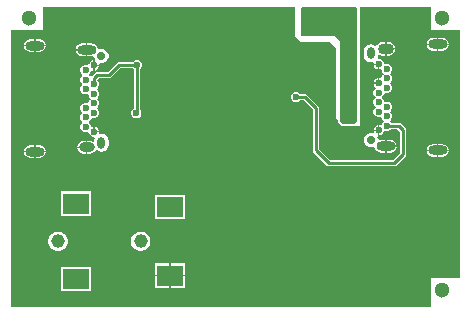
<source format=gbl>
G04*
G04 #@! TF.GenerationSoftware,Altium Limited,CircuitMaker,2.3.0 (3)*
G04*
G04 Layer_Physical_Order=2*
G04 Layer_Color=11436288*
%FSLAX25Y25*%
%MOIN*%
G70*
G04*
G04 #@! TF.SameCoordinates,D5F01219-70E6-4597-8F9B-96EA77F89AD0*
G04*
G04*
G04 #@! TF.FilePolarity,Positive*
G04*
G01*
G75*
%ADD10C,0.01000*%
%ADD34C,0.05118*%
%ADD35C,0.02362*%
%ADD36O,0.06299X0.03150*%
%ADD37O,0.05315X0.03543*%
%ADD38C,0.02756*%
%ADD39O,0.02756X0.03937*%
%ADD40O,0.05315X0.03150*%
%ADD41C,0.04528*%
%ADD42R,0.09055X0.07087*%
G36*
X217323Y201575D02*
Y164173D01*
X216142Y162992D01*
X212598D01*
X211417Y164173D01*
Y190945D01*
X209842Y192520D01*
X198819D01*
X198425Y192913D01*
Y201575D01*
X198819Y201969D01*
X216929D01*
X217323Y201575D01*
D02*
G37*
G36*
X241732Y194488D02*
X251532D01*
Y112122D01*
X251177Y111769D01*
X241732Y111811D01*
Y101969D01*
X101969D01*
Y153150D01*
Y194488D01*
X112598D01*
Y201969D01*
X196457D01*
Y192520D01*
X198425Y190551D01*
X208268D01*
X210236Y188583D01*
Y164961D01*
X210876Y164321D01*
Y164173D01*
X211035Y163791D01*
X211035Y163791D01*
X212216Y162610D01*
X212216Y162609D01*
X212598Y162451D01*
X212598Y162451D01*
X216142D01*
X216142Y162451D01*
X216498Y162598D01*
X218110D01*
Y201969D01*
X241732D01*
Y194488D01*
D02*
G37*
%LPC*%
G36*
X245669Y191800D02*
X244344D01*
Y189935D01*
X247735D01*
X247624Y190495D01*
X247165Y191181D01*
X246479Y191639D01*
X245669Y191800D01*
D02*
G37*
G36*
X243845D02*
X242520D01*
X241710Y191639D01*
X241024Y191181D01*
X240565Y190495D01*
X240454Y189935D01*
X243845D01*
Y191800D01*
D02*
G37*
G36*
X111417Y191407D02*
X110092D01*
Y189541D01*
X113483D01*
X113372Y190101D01*
X112913Y190787D01*
X112227Y191246D01*
X111417Y191407D01*
D02*
G37*
G36*
X109592D02*
X108268D01*
X107458Y191246D01*
X106772Y190787D01*
X106313Y190101D01*
X106202Y189541D01*
X109592D01*
Y191407D01*
D02*
G37*
G36*
X226561Y190584D02*
X225925D01*
X225039Y190408D01*
X224287Y189906D01*
X223942Y189388D01*
X223934Y189381D01*
X223362Y189247D01*
X223301Y189260D01*
X222812Y189587D01*
X221890Y189771D01*
X220968Y189587D01*
X220187Y189065D01*
X219665Y188284D01*
X219481Y187362D01*
Y186181D01*
X219665Y185259D01*
X220187Y184478D01*
X220968Y183956D01*
X221890Y183773D01*
X222440Y183882D01*
X222800Y183444D01*
X222768Y183366D01*
Y183282D01*
X224449D01*
Y183031D01*
X224699D01*
Y181350D01*
X224783D01*
X224933Y181412D01*
X225428Y181107D01*
X225442Y181082D01*
X225703Y180453D01*
X225947Y180209D01*
X226155Y179882D01*
X225947Y179555D01*
X225703Y179311D01*
X225442Y178682D01*
X225428Y178656D01*
X224933Y178351D01*
X224783Y178413D01*
X224699D01*
Y176732D01*
X224449D01*
Y176482D01*
X222768D01*
Y176398D01*
X223024Y175780D01*
X223256Y175548D01*
X223413Y175164D01*
X223255Y174895D01*
X222947Y174586D01*
X222677Y173935D01*
Y173230D01*
X222947Y172579D01*
X223191Y172335D01*
X223399Y172008D01*
X223191Y171681D01*
X222947Y171437D01*
X222677Y170785D01*
Y170081D01*
X222947Y169430D01*
X223191Y169185D01*
X223399Y168858D01*
X223191Y168532D01*
X222947Y168287D01*
X222677Y167636D01*
Y166931D01*
X222947Y166280D01*
X223445Y165781D01*
X224096Y165512D01*
X224801D01*
X225030Y165607D01*
X225477Y165251D01*
X225703Y164705D01*
X225947Y164461D01*
X226155Y164134D01*
X225947Y163807D01*
X225703Y163563D01*
X225442Y162934D01*
X225428Y162908D01*
X224933Y162603D01*
X224783Y162665D01*
X224699D01*
Y160984D01*
Y159303D01*
X224783D01*
X225401Y159559D01*
X225874Y160032D01*
X226130Y160650D01*
X226630Y160880D01*
X226852Y160787D01*
X227557D01*
X228208Y161057D01*
X228691Y161539D01*
X230719D01*
X231658Y160601D01*
Y153572D01*
X229105Y151020D01*
X208296D01*
X204563Y154753D01*
Y168504D01*
X204485Y168894D01*
X204264Y169225D01*
X200721Y172768D01*
X200390Y172989D01*
X200000Y173067D01*
X198208D01*
X197803Y173472D01*
X197185Y173728D01*
X196516D01*
X195898Y173472D01*
X195425Y173000D01*
X195169Y172382D01*
Y171713D01*
X195425Y171095D01*
X195898Y170622D01*
X196516Y170366D01*
X197185D01*
X197803Y170622D01*
X198208Y171028D01*
X199578D01*
X202524Y168082D01*
Y154331D01*
X202601Y153940D01*
X202822Y153610D01*
X207153Y149279D01*
X207484Y149058D01*
X207874Y148980D01*
X229528D01*
X229918Y149058D01*
X230248Y149279D01*
X233398Y152429D01*
X233619Y152759D01*
X233697Y153150D01*
Y161024D01*
X233619Y161414D01*
X233398Y161745D01*
X231823Y163319D01*
X231492Y163540D01*
X231102Y163618D01*
X230904Y163579D01*
X228691D01*
X228462Y163807D01*
X228255Y164134D01*
X228462Y164461D01*
X228707Y164705D01*
X228976Y165356D01*
Y166061D01*
X228707Y166712D01*
X228462Y166957D01*
X228255Y167283D01*
X228462Y167610D01*
X228707Y167855D01*
X228976Y168506D01*
Y169211D01*
X228707Y169862D01*
X228208Y170360D01*
X227557Y170630D01*
X226852D01*
X226623Y170535D01*
X226177Y170891D01*
X225951Y171437D01*
X225706Y171681D01*
X225499Y172008D01*
X225706Y172335D01*
X225951Y172579D01*
X226177Y173125D01*
X226623Y173481D01*
X226852Y173386D01*
X227557D01*
X228208Y173655D01*
X228707Y174154D01*
X228976Y174805D01*
Y175510D01*
X228707Y176161D01*
X228462Y176406D01*
X228255Y176732D01*
X228462Y177059D01*
X228707Y177304D01*
X228976Y177955D01*
Y178659D01*
X228707Y179311D01*
X228462Y179555D01*
X228255Y179882D01*
X228462Y180209D01*
X228707Y180453D01*
X228976Y181104D01*
Y181809D01*
X228707Y182460D01*
X228208Y182959D01*
X227557Y183228D01*
X226852D01*
X226630Y183136D01*
X226130Y183366D01*
X225874Y183984D01*
X225401Y184457D01*
X224783Y184713D01*
X224351D01*
X224072Y185195D01*
X224115Y185259D01*
X224270Y186040D01*
X224740Y186328D01*
X225039Y186128D01*
X225925Y185952D01*
X226561D01*
Y188268D01*
Y190584D01*
D02*
G37*
G36*
X227697D02*
X227061D01*
Y188518D01*
X229963D01*
X229837Y189154D01*
X229335Y189906D01*
X228583Y190408D01*
X227697Y190584D01*
D02*
G37*
G36*
X126876Y189989D02*
X125551D01*
X124742Y189828D01*
X124055Y189370D01*
X123597Y188684D01*
X123486Y188124D01*
X126876D01*
Y189989D01*
D02*
G37*
G36*
X247735Y189435D02*
X244344D01*
Y187570D01*
X245669D01*
X246479Y187731D01*
X247165Y188189D01*
X247624Y188875D01*
X247735Y189435D01*
D02*
G37*
G36*
X243845D02*
X240454D01*
X240565Y188875D01*
X241024Y188189D01*
X241710Y187731D01*
X242520Y187570D01*
X243845D01*
Y189435D01*
D02*
G37*
G36*
X113483Y189041D02*
X110092D01*
Y187176D01*
X111417D01*
X112227Y187337D01*
X112913Y187795D01*
X113372Y188482D01*
X113483Y189041D01*
D02*
G37*
G36*
X109592D02*
X106202D01*
X106313Y188482D01*
X106772Y187795D01*
X107458Y187337D01*
X108268Y187176D01*
X109592D01*
Y189041D01*
D02*
G37*
G36*
X229963Y188018D02*
X227061D01*
Y185952D01*
X227697D01*
X228583Y186128D01*
X229335Y186630D01*
X229837Y187381D01*
X229963Y188018D01*
D02*
G37*
G36*
X126876Y187624D02*
X123486D01*
X123597Y187065D01*
X124055Y186378D01*
X124742Y185920D01*
X125551Y185759D01*
X126876D01*
Y187624D01*
D02*
G37*
G36*
X128701Y189989D02*
X127376D01*
Y187874D01*
Y185759D01*
X128701D01*
X129185Y185855D01*
X129685Y185481D01*
Y185318D01*
X129906Y184784D01*
X129738Y184560D01*
Y182888D01*
X131169D01*
Y182972D01*
X131129Y183070D01*
X131511Y183452D01*
X131577Y183425D01*
X132517D01*
X133385Y183785D01*
X134050Y184449D01*
X134409Y185318D01*
Y186257D01*
X134050Y187126D01*
X133385Y187790D01*
X132517Y188150D01*
X131577D01*
X131295Y188032D01*
X130724Y188337D01*
X130655Y188684D01*
X130197Y189370D01*
X129510Y189828D01*
X128701Y189989D01*
D02*
G37*
G36*
X224199Y182782D02*
X222768D01*
Y182697D01*
X223024Y182079D01*
X223497Y181606D01*
X224114Y181350D01*
X224199D01*
Y182782D01*
D02*
G37*
G36*
X131169Y182388D02*
X129738D01*
Y180957D01*
X129823D01*
X130440Y181213D01*
X130913Y181685D01*
X131169Y182303D01*
Y182388D01*
D02*
G37*
G36*
X144141Y184544D02*
X143473D01*
X142855Y184288D01*
X142449Y183882D01*
X137980D01*
X137590Y183804D01*
X137259Y183583D01*
X134223Y180547D01*
X130709D01*
X130318Y180470D01*
X129988Y180248D01*
X128767Y179028D01*
X128744Y178993D01*
X128571Y178967D01*
X128149Y179002D01*
X127990Y179162D01*
X127782Y179488D01*
X127990Y179815D01*
X128234Y180059D01*
X128495Y180689D01*
X128509Y180713D01*
X129004Y181019D01*
X129154Y180957D01*
X129238D01*
Y182638D01*
Y184319D01*
X129154D01*
X128536Y184063D01*
X128063Y183590D01*
X127807Y182972D01*
X127307Y182743D01*
X127085Y182835D01*
X126380D01*
X125729Y182565D01*
X125230Y182067D01*
X124961Y181415D01*
Y180711D01*
X125230Y180059D01*
X125475Y179815D01*
X125682Y179488D01*
X125475Y179162D01*
X125230Y178917D01*
X124961Y178266D01*
Y177561D01*
X125230Y176910D01*
X125475Y176665D01*
X125682Y176339D01*
X125475Y176012D01*
X125230Y175767D01*
X124961Y175116D01*
Y174411D01*
X125230Y173760D01*
X125729Y173262D01*
X126380Y172992D01*
X127085D01*
X127314Y173087D01*
X127760Y172731D01*
X127986Y172185D01*
X128231Y171941D01*
X128438Y171614D01*
X128231Y171288D01*
X127986Y171043D01*
X127760Y170498D01*
X127314Y170141D01*
X127085Y170236D01*
X126380D01*
X125729Y169966D01*
X125230Y169468D01*
X124961Y168817D01*
Y168112D01*
X125230Y167461D01*
X125475Y167216D01*
X125682Y166890D01*
X125475Y166563D01*
X125230Y166319D01*
X124961Y165667D01*
Y164963D01*
X125230Y164311D01*
X125475Y164067D01*
X125682Y163740D01*
X125475Y163414D01*
X125230Y163169D01*
X124961Y162518D01*
Y161813D01*
X125230Y161162D01*
X125729Y160663D01*
X126380Y160394D01*
X127085D01*
X127307Y160486D01*
X127807Y160256D01*
X128063Y159638D01*
X128536Y159165D01*
X129154Y158909D01*
X129586D01*
X129865Y158427D01*
X129822Y158363D01*
X129648Y157489D01*
X129358Y157274D01*
X129198Y157189D01*
X129018Y157309D01*
X128209Y157470D01*
X127376D01*
Y155354D01*
Y153239D01*
X128209D01*
X129018Y153400D01*
X129704Y153858D01*
X129968Y154253D01*
X129993Y154273D01*
X130599Y154384D01*
X130609Y154380D01*
X131125Y154035D01*
X132047Y153851D01*
X132969Y154035D01*
X133750Y154557D01*
X134272Y155338D01*
X134456Y156260D01*
Y157441D01*
X134272Y158363D01*
X133750Y159144D01*
X132969Y159666D01*
X132047Y159849D01*
X131497Y159740D01*
X131137Y160178D01*
X131169Y160256D01*
Y160341D01*
X129488D01*
Y160591D01*
X129238D01*
Y162272D01*
X129154D01*
X129004Y162210D01*
X128509Y162515D01*
X128495Y162540D01*
X128234Y163169D01*
X127990Y163414D01*
X127782Y163740D01*
X127990Y164067D01*
X128234Y164311D01*
X128460Y164857D01*
X128907Y165213D01*
X129136Y165118D01*
X129841D01*
X130492Y165388D01*
X130990Y165886D01*
X131260Y166537D01*
Y167242D01*
X130990Y167893D01*
X130745Y168138D01*
X130538Y168465D01*
X130745Y168791D01*
X130990Y169036D01*
X131260Y169687D01*
Y170392D01*
X130990Y171043D01*
X130745Y171288D01*
X130538Y171614D01*
X130745Y171941D01*
X130990Y172185D01*
X131260Y172837D01*
Y173541D01*
X130990Y174193D01*
X130745Y174437D01*
X130538Y174764D01*
X130745Y175090D01*
X130990Y175335D01*
X131260Y175986D01*
Y176691D01*
X130990Y177342D01*
X130508Y177824D01*
Y177885D01*
X131131Y178508D01*
X134646D01*
X135036Y178586D01*
X135367Y178807D01*
X138403Y181843D01*
X142449D01*
X142788Y181504D01*
Y168134D01*
X142748Y168118D01*
X142276Y167645D01*
X142020Y167027D01*
Y166358D01*
X142276Y165741D01*
X142748Y165268D01*
X143366Y165012D01*
X144035D01*
X144653Y165268D01*
X145126Y165741D01*
X145382Y166358D01*
Y167027D01*
X145126Y167645D01*
X144827Y167944D01*
Y181504D01*
X145232Y181910D01*
X145488Y182528D01*
Y183197D01*
X145232Y183815D01*
X144759Y184288D01*
X144141Y184544D01*
D02*
G37*
G36*
X224199Y178413D02*
X224114D01*
X223497Y178157D01*
X223024Y177684D01*
X222768Y177067D01*
Y176982D01*
X224199D01*
Y178413D01*
D02*
G37*
G36*
X224199Y162665D02*
X224114D01*
X223497Y162409D01*
X223024Y161936D01*
X222768Y161319D01*
Y161234D01*
X224199D01*
Y162665D01*
D02*
G37*
G36*
X129823Y162272D02*
X129738D01*
Y160841D01*
X131169D01*
Y160925D01*
X130913Y161543D01*
X130440Y162016D01*
X129823Y162272D01*
D02*
G37*
G36*
X224199Y160734D02*
X222768D01*
Y160650D01*
X222808Y160552D01*
X222426Y160170D01*
X222360Y160197D01*
X221420D01*
X220552Y159837D01*
X219887Y159173D01*
X219528Y158305D01*
Y157365D01*
X219887Y156497D01*
X220552Y155832D01*
X221420Y155473D01*
X222360D01*
X222642Y155590D01*
X223213Y155285D01*
X223282Y154938D01*
X223740Y154252D01*
X224427Y153794D01*
X225236Y153633D01*
X226561D01*
Y155748D01*
Y157863D01*
X225236D01*
X224752Y157767D01*
X224252Y158141D01*
Y158305D01*
X224031Y158838D01*
X224199Y159062D01*
Y160734D01*
D02*
G37*
G36*
X228386Y157863D02*
X227061D01*
Y155998D01*
X230451D01*
X230340Y156558D01*
X229882Y157244D01*
X229195Y157703D01*
X228386Y157863D01*
D02*
G37*
G36*
X126876Y157470D02*
X126043D01*
X125234Y157309D01*
X124548Y156850D01*
X124089Y156164D01*
X123978Y155604D01*
X126876D01*
Y157470D01*
D02*
G37*
G36*
X245669Y156446D02*
X244344D01*
Y154581D01*
X247735D01*
X247624Y155140D01*
X247165Y155827D01*
X246479Y156285D01*
X245669Y156446D01*
D02*
G37*
G36*
X243845D02*
X242520D01*
X241710Y156285D01*
X241024Y155827D01*
X240565Y155140D01*
X240454Y154581D01*
X243845D01*
Y156446D01*
D02*
G37*
G36*
X111417Y156052D02*
X110092D01*
Y154187D01*
X113483D01*
X113372Y154747D01*
X112913Y155433D01*
X112227Y155891D01*
X111417Y156052D01*
D02*
G37*
G36*
X109592D02*
X108268D01*
X107458Y155891D01*
X106772Y155433D01*
X106313Y154747D01*
X106202Y154187D01*
X109592D01*
Y156052D01*
D02*
G37*
G36*
X230451Y155498D02*
X227061D01*
Y153633D01*
X228386D01*
X229195Y153794D01*
X229882Y154252D01*
X230340Y154938D01*
X230451Y155498D01*
D02*
G37*
G36*
X126876Y155104D02*
X123978D01*
X124089Y154545D01*
X124548Y153858D01*
X125234Y153400D01*
X126043Y153239D01*
X126876D01*
Y155104D01*
D02*
G37*
G36*
X247735Y154081D02*
X244344D01*
Y152215D01*
X245669D01*
X246479Y152376D01*
X247165Y152835D01*
X247624Y153521D01*
X247735Y154081D01*
D02*
G37*
G36*
X243845D02*
X240454D01*
X240565Y153521D01*
X241024Y152835D01*
X241710Y152376D01*
X242520Y152215D01*
X243845D01*
Y154081D01*
D02*
G37*
G36*
X113483Y153687D02*
X110092D01*
Y151822D01*
X111417D01*
X112227Y151983D01*
X112913Y152441D01*
X113372Y153128D01*
X113483Y153687D01*
D02*
G37*
G36*
X109592D02*
X106202D01*
X106313Y153128D01*
X106772Y152441D01*
X107458Y151983D01*
X108268Y151822D01*
X109592D01*
Y153687D01*
D02*
G37*
G36*
X128453Y140657D02*
X118398D01*
Y132571D01*
X128453D01*
Y140657D01*
D02*
G37*
G36*
X159949Y139476D02*
X149894D01*
Y131390D01*
X159949D01*
Y139476D01*
D02*
G37*
G36*
X145506Y127264D02*
X144651D01*
X143825Y127042D01*
X143084Y126615D01*
X142480Y126010D01*
X142052Y125269D01*
X141831Y124443D01*
Y123588D01*
X142052Y122762D01*
X142480Y122021D01*
X143084Y121417D01*
X143825Y120989D01*
X144651Y120768D01*
X145506D01*
X146332Y120989D01*
X147073Y121417D01*
X147678Y122021D01*
X148105Y122762D01*
X148327Y123588D01*
Y124443D01*
X148105Y125269D01*
X147678Y126010D01*
X147073Y126615D01*
X146332Y127042D01*
X145506Y127264D01*
D02*
G37*
G36*
X117947D02*
X117092D01*
X116266Y127042D01*
X115525Y126615D01*
X114921Y126010D01*
X114493Y125269D01*
X114272Y124443D01*
Y123588D01*
X114493Y122762D01*
X114921Y122021D01*
X115525Y121417D01*
X116266Y120989D01*
X117092Y120768D01*
X117947D01*
X118773Y120989D01*
X119514Y121417D01*
X120119Y122021D01*
X120546Y122762D01*
X120768Y123588D01*
Y124443D01*
X120546Y125269D01*
X120119Y126010D01*
X119514Y126615D01*
X118773Y127042D01*
X117947Y127264D01*
D02*
G37*
G36*
X159949Y116642D02*
X155171D01*
Y112848D01*
X159949D01*
Y116642D01*
D02*
G37*
G36*
X154671D02*
X149894D01*
Y112848D01*
X154671D01*
Y116642D01*
D02*
G37*
G36*
X159949Y112348D02*
X155171D01*
Y108555D01*
X159949D01*
Y112348D01*
D02*
G37*
G36*
X154671D02*
X149894D01*
Y108555D01*
X154671D01*
Y112348D01*
D02*
G37*
G36*
X128453Y115461D02*
X118398D01*
Y107374D01*
X128453D01*
Y115461D01*
D02*
G37*
%LPD*%
D10*
X143701Y166693D02*
X143807Y166799D01*
X227205Y162559D02*
X231063D01*
X231102Y162598D01*
X232677Y161024D01*
Y153150D02*
Y161024D01*
X229528Y150000D02*
X232677Y153150D01*
X207874Y150000D02*
X229528D01*
X203543Y154331D02*
X207874Y150000D01*
X203543Y154331D02*
Y168504D01*
X200000Y172047D02*
X203543Y168504D01*
X212992Y188189D02*
X216142Y191339D01*
X212992Y167323D02*
Y188189D01*
X210236Y197244D02*
X216142Y191339D01*
X143807Y166799D02*
Y182862D01*
X130709Y179528D02*
X134646D01*
X129488Y178307D02*
X130709Y179528D01*
X129488Y176339D02*
Y178307D01*
X134646Y179528D02*
X137980Y182862D01*
X143807D01*
X196850Y172047D02*
X200000D01*
D34*
X245669Y198425D02*
D03*
Y107874D02*
D03*
X107874Y198425D02*
D03*
D35*
X224449Y183031D02*
D03*
X227205Y181457D02*
D03*
Y178307D02*
D03*
X224449Y176732D02*
D03*
X227205Y175157D02*
D03*
X224449Y173583D02*
D03*
Y170433D02*
D03*
X227205Y168858D02*
D03*
X224449Y167283D02*
D03*
X227205Y165709D02*
D03*
Y162559D02*
D03*
X224449Y160984D02*
D03*
X129488Y160591D02*
D03*
X126732Y162165D02*
D03*
Y165315D02*
D03*
X129488Y166890D02*
D03*
X126732Y168465D02*
D03*
X129488Y170039D02*
D03*
Y173189D02*
D03*
X126732Y174764D02*
D03*
X129488Y176339D02*
D03*
X126732Y177913D02*
D03*
Y181063D02*
D03*
X129488Y182638D02*
D03*
X232677Y165748D02*
D03*
X122047Y163779D02*
D03*
X135827Y143307D02*
D03*
X140157Y170472D02*
D03*
X143701Y166693D02*
D03*
X208268Y168110D02*
D03*
X200787Y156693D02*
D03*
X179528Y164567D02*
D03*
X179134Y179528D02*
D03*
X179528Y169685D02*
D03*
X165748Y175197D02*
D03*
X135433Y123622D02*
D03*
X107874Y143307D02*
D03*
Y123622D02*
D03*
Y162992D02*
D03*
X166929D02*
D03*
X210236Y147244D02*
D03*
X225984D02*
D03*
X190551D02*
D03*
X166929D02*
D03*
X225984Y198425D02*
D03*
X245669Y170866D02*
D03*
Y135433D02*
D03*
Y115748D02*
D03*
X143307Y107874D02*
D03*
X111811D02*
D03*
X127559Y198425D02*
D03*
X135433D02*
D03*
X143307Y162992D02*
D03*
Y147244D02*
D03*
X196063Y182382D02*
D03*
X212992Y167087D02*
D03*
X151181Y159055D02*
D03*
Y147244D02*
D03*
X154035Y170571D02*
D03*
X143807Y182862D02*
D03*
X210236Y197244D02*
D03*
X196850Y172047D02*
D03*
D36*
X244094Y189685D02*
D03*
Y154331D02*
D03*
X226811Y155748D02*
D03*
X109843Y153937D02*
D03*
Y189291D02*
D03*
X127126Y187874D02*
D03*
D37*
X226811Y188268D02*
D03*
D38*
X221890Y157835D02*
D03*
X132047Y185787D02*
D03*
D39*
X221890Y186772D02*
D03*
X132047Y156850D02*
D03*
D40*
X127126Y155354D02*
D03*
D41*
X145079Y124016D02*
D03*
X117520D02*
D03*
D42*
X154921Y112598D02*
D03*
X123425Y111417D02*
D03*
X154921Y135433D02*
D03*
X123425Y136614D02*
D03*
M02*

</source>
